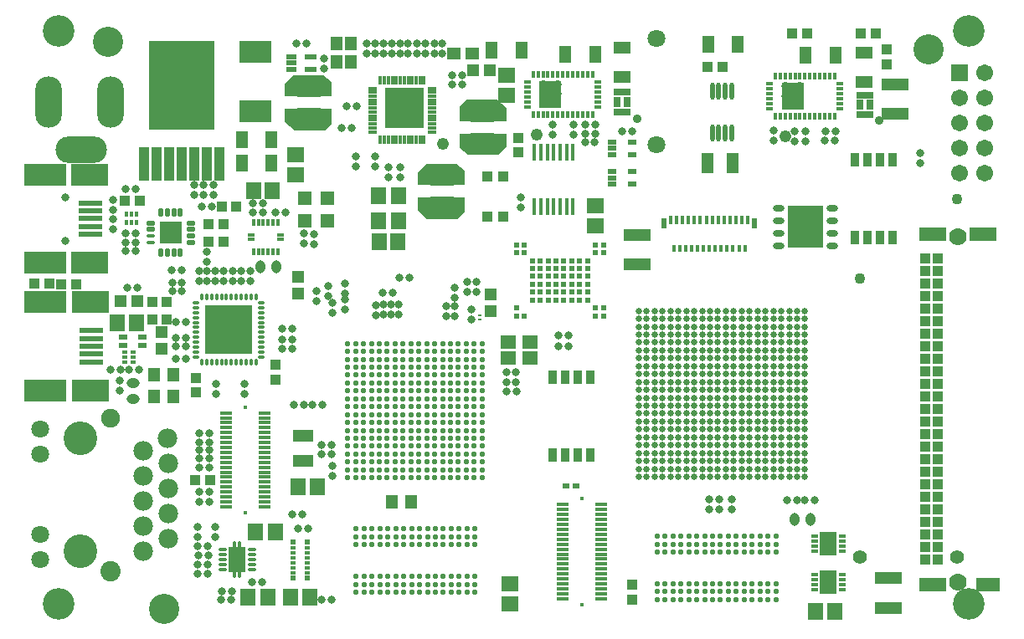
<source format=gts>
G04 Layer_Color=8388736*
%FSLAX43Y43*%
%MOMM*%
G71*
G01*
G75*
%ADD82C,0.400*%
%ADD121C,1.778*%
%ADD156C,0.603*%
%ADD276R,4.851X4.902*%
%ADD277R,3.962X4.102*%
%ADD278R,0.903X0.603*%
%ADD279C,0.838*%
%ADD280R,1.003X1.003*%
%ADD281R,1.003X1.003*%
%ADD282R,1.600X1.753*%
%ADD283O,4.203X2.203*%
%ADD284R,1.219X0.610*%
%ADD285R,1.076X0.466*%
%ADD286C,1.219*%
%ADD287R,1.295X1.346*%
%ADD288R,1.397X1.353*%
%ADD289R,2.703X1.203*%
%ADD290O,1.303X1.003*%
%ADD291R,1.203X1.803*%
%ADD292O,1.003X1.303*%
%ADD293R,1.295X1.245*%
%ADD294R,1.245X1.295*%
%ADD295R,1.549X1.727*%
%ADD296R,1.727X1.549*%
%ADD297C,0.553*%
%ADD298R,1.803X1.203*%
%ADD299R,2.003X1.203*%
%ADD300R,1.703X0.803*%
%ADD301R,0.803X1.003*%
%ADD302O,0.740X0.390*%
%ADD303O,0.390X0.740*%
%ADD304R,2.203X2.803*%
%ADD305R,0.963X1.453*%
%ADD306R,0.735X0.310*%
%ADD307R,1.710X2.440*%
%ADD308R,1.503X1.703*%
%ADD309R,1.200X0.400*%
%ADD310R,0.737X0.610*%
%ADD311R,3.703X2.203*%
%ADD312R,2.402X0.602*%
%ADD313R,4.203X2.203*%
%ADD314R,0.953X0.553*%
%ADD315C,0.653*%
%ADD316C,0.559*%
%ADD317R,3.203X2.203*%
%ADD318R,2.703X1.403*%
%ADD319R,2.362X1.403*%
%ADD320R,0.603X1.053*%
%ADD321R,0.402X0.752*%
%ADD322R,0.372X0.902*%
%ADD323R,0.370X0.290*%
%ADD324R,0.650X0.350*%
%ADD325R,0.350X0.650*%
%ADD326O,0.490X1.740*%
%ADD327R,1.203X1.403*%
%ADD328R,3.603X4.253*%
%ADD329O,1.153X0.703*%
%ADD330O,0.503X0.953*%
%ADD331O,0.953X0.503*%
%ADD332O,0.850X0.400*%
%ADD333R,2.303X2.303*%
%ADD334O,0.350X0.800*%
%ADD335O,0.800X0.350*%
%ADD336R,0.360X1.710*%
%ADD337R,0.568X0.314*%
%ADD338R,0.568X0.466*%
%ADD339R,1.346X1.295*%
%ADD340R,1.203X1.403*%
%ADD341O,0.950X0.330*%
%ADD342O,0.330X0.950*%
%ADD343R,1.750X2.500*%
%ADD344R,1.118X0.991*%
%ADD345R,6.603X9.003*%
%ADD346R,1.003X3.453*%
%ADD347R,0.950X0.300*%
%ADD348R,0.300X0.950*%
%ADD349R,0.356X0.559*%
%ADD350R,0.568X0.365*%
%ADD351R,0.510X0.360*%
%ADD352R,1.203X2.003*%
%ADD353R,1.600X1.346*%
%ADD354C,3.203*%
%ADD355C,3.048*%
%ADD356C,0.803*%
%ADD357C,1.803*%
%ADD358C,1.403*%
%ADD359C,1.092*%
%ADD360O,2.703X5.203*%
%ADD361O,5.203X2.703*%
%ADD362C,1.703*%
%ADD363R,1.703X1.703*%
%ADD364C,1.981*%
%ADD365C,2.053*%
%ADD366C,1.903*%
%ADD367C,1.803*%
%ADD368C,3.403*%
%ADD369C,0.903*%
%ADD370C,0.863*%
%ADD371C,0.703*%
G36*
X149225Y150266D02*
X148400Y149441D01*
X145352D01*
X144526Y150163D01*
Y151600D01*
X149225D01*
Y150266D01*
D02*
G37*
G36*
X144997Y147842D02*
Y146405D01*
X140298D01*
Y147739D01*
X141124Y148564D01*
X144172D01*
X144997Y147842D01*
D02*
G37*
G36*
Y143675D02*
X144299Y142976D01*
X141251D01*
X140298Y143809D01*
Y145135D01*
X144997D01*
Y143675D01*
D02*
G37*
G36*
X131559Y156808D02*
Y155372D01*
X126860D01*
Y156705D01*
X127686Y157531D01*
X130734D01*
X131559Y156808D01*
D02*
G37*
G36*
X149225Y154195D02*
Y152870D01*
X144526D01*
Y154330D01*
X145225Y155029D01*
X148273D01*
X149225Y154195D01*
D02*
G37*
G36*
X131559Y152641D02*
X130861Y151943D01*
X127813D01*
X126860Y152776D01*
Y154102D01*
X131559D01*
Y152641D01*
D02*
G37*
D82*
X156908Y103946D02*
D03*
Y114646D02*
D03*
X122809Y113243D02*
D03*
Y123943D02*
D03*
D121*
X194875Y106250D02*
D03*
Y141160D02*
D03*
D156*
X159048Y140366D02*
D03*
Y139566D02*
D03*
Y133966D02*
D03*
Y133166D02*
D03*
X158248Y140366D02*
D03*
Y139566D02*
D03*
Y133966D02*
D03*
Y133166D02*
D03*
X157448Y138766D02*
D03*
Y137966D02*
D03*
Y137166D02*
D03*
Y136366D02*
D03*
Y135566D02*
D03*
Y134766D02*
D03*
X156648Y138766D02*
D03*
Y137966D02*
D03*
Y137166D02*
D03*
Y136366D02*
D03*
Y135566D02*
D03*
Y134766D02*
D03*
X155848Y138766D02*
D03*
Y137966D02*
D03*
Y137166D02*
D03*
Y136366D02*
D03*
Y135566D02*
D03*
Y134766D02*
D03*
X155048Y138766D02*
D03*
Y137966D02*
D03*
Y137166D02*
D03*
Y136366D02*
D03*
Y135566D02*
D03*
Y134766D02*
D03*
X154248Y138766D02*
D03*
Y137966D02*
D03*
Y137166D02*
D03*
Y136366D02*
D03*
Y135566D02*
D03*
Y134766D02*
D03*
X153448Y138766D02*
D03*
Y137966D02*
D03*
Y137166D02*
D03*
Y136366D02*
D03*
Y135566D02*
D03*
Y134766D02*
D03*
X152648Y138766D02*
D03*
Y137966D02*
D03*
Y137166D02*
D03*
Y136366D02*
D03*
Y135566D02*
D03*
Y134766D02*
D03*
X151848Y138766D02*
D03*
Y137966D02*
D03*
Y137166D02*
D03*
Y136366D02*
D03*
Y135566D02*
D03*
Y134766D02*
D03*
X151048Y140366D02*
D03*
Y139566D02*
D03*
Y133166D02*
D03*
X150248Y140366D02*
D03*
Y139566D02*
D03*
Y133966D02*
D03*
Y133166D02*
D03*
D276*
X121183Y131750D02*
D03*
D277*
X138900Y154235D02*
D03*
D278*
X159884Y147792D02*
D03*
Y147142D02*
D03*
Y146492D02*
D03*
X161934Y146492D02*
D03*
Y147792D02*
D03*
X159884Y150789D02*
D03*
Y150139D02*
D03*
Y149489D02*
D03*
X161934Y149489D02*
D03*
Y150789D02*
D03*
D279*
X128753Y140500D02*
D03*
Y141516D02*
D03*
X110757Y141503D02*
D03*
X111773D02*
D03*
X110757Y140627D02*
D03*
X111773D02*
D03*
X116421Y137770D02*
D03*
X115405D02*
D03*
X109436Y144920D02*
D03*
Y143904D02*
D03*
Y141910D02*
D03*
Y142926D02*
D03*
X110757Y139725D02*
D03*
X111773D02*
D03*
X111722Y145986D02*
D03*
X110706D02*
D03*
X126589Y131864D02*
D03*
X127589D02*
D03*
X115837Y130962D02*
D03*
X116853D02*
D03*
X122784Y125222D02*
D03*
Y126238D02*
D03*
X119850Y125273D02*
D03*
Y126289D02*
D03*
X118047Y110790D02*
D03*
Y111790D02*
D03*
X116819Y132575D02*
D03*
X115819D02*
D03*
X118948Y136685D02*
D03*
Y137685D02*
D03*
X119812Y136687D02*
D03*
Y137687D02*
D03*
X120625Y137685D02*
D03*
Y136685D02*
D03*
X121539Y137685D02*
D03*
Y136685D02*
D03*
X122403Y137685D02*
D03*
Y136685D02*
D03*
X123317Y137698D02*
D03*
Y136698D02*
D03*
X126576Y129870D02*
D03*
X127576D02*
D03*
X126576Y130747D02*
D03*
X127576D02*
D03*
X118148Y137685D02*
D03*
Y136685D02*
D03*
X115832Y130111D02*
D03*
X116832D02*
D03*
X115807Y128829D02*
D03*
X116807D02*
D03*
X115438Y135649D02*
D03*
X116438D02*
D03*
X115438Y136550D02*
D03*
X116438D02*
D03*
X176252Y151899D02*
D03*
Y150899D02*
D03*
X130660Y124158D02*
D03*
X129644D02*
D03*
X150193Y126418D02*
D03*
Y127434D02*
D03*
X138331Y133276D02*
D03*
Y134292D02*
D03*
X130061Y134633D02*
D03*
Y135649D02*
D03*
X143154Y134176D02*
D03*
Y133160D02*
D03*
X146228Y136639D02*
D03*
Y135623D02*
D03*
X140195Y160719D02*
D03*
Y159702D02*
D03*
X145732Y133845D02*
D03*
Y132829D02*
D03*
X157185Y150713D02*
D03*
X158185D02*
D03*
X156034Y151509D02*
D03*
Y152509D02*
D03*
X158210Y151602D02*
D03*
X157210D02*
D03*
X117654Y145438D02*
D03*
Y146438D02*
D03*
X118594Y146439D02*
D03*
Y145439D02*
D03*
X128740Y124155D02*
D03*
X127724D02*
D03*
X118224Y120371D02*
D03*
X119240D02*
D03*
Y119558D02*
D03*
X118224D02*
D03*
Y118720D02*
D03*
X119240D02*
D03*
X118224Y117793D02*
D03*
X119240D02*
D03*
X118224Y114313D02*
D03*
X119240D02*
D03*
Y115341D02*
D03*
X118224D02*
D03*
X110237Y127752D02*
D03*
X109221D02*
D03*
X111101D02*
D03*
X112117D02*
D03*
X137569Y134292D02*
D03*
Y133276D02*
D03*
X136807Y134292D02*
D03*
Y133276D02*
D03*
X136020Y134267D02*
D03*
Y133251D02*
D03*
X118047Y109855D02*
D03*
X119062D02*
D03*
X120421Y104407D02*
D03*
X121437D02*
D03*
X124549Y106185D02*
D03*
X123533D02*
D03*
X119024Y107988D02*
D03*
X118008D02*
D03*
X128171Y111661D02*
D03*
X129187D02*
D03*
X131600Y104396D02*
D03*
X130584D02*
D03*
X128628Y113033D02*
D03*
X127612D02*
D03*
X129781Y140449D02*
D03*
Y141465D02*
D03*
X132918Y135458D02*
D03*
Y136474D02*
D03*
X132893Y134849D02*
D03*
Y133833D02*
D03*
X142775Y160705D02*
D03*
Y159689D02*
D03*
X135934Y160705D02*
D03*
Y159689D02*
D03*
X135079Y160705D02*
D03*
Y159689D02*
D03*
X137644Y160705D02*
D03*
Y159689D02*
D03*
X136789Y160705D02*
D03*
Y159689D02*
D03*
X138533Y148209D02*
D03*
Y147193D02*
D03*
X131610Y117945D02*
D03*
Y116929D02*
D03*
X131219Y136223D02*
D03*
Y135207D02*
D03*
X144018Y133160D02*
D03*
Y134176D02*
D03*
X119075Y108915D02*
D03*
X118059D02*
D03*
X131686Y134468D02*
D03*
Y133452D02*
D03*
X119610Y145438D02*
D03*
Y146438D02*
D03*
X124638Y144564D02*
D03*
X123622D02*
D03*
X118224Y121310D02*
D03*
X119240D02*
D03*
X191046Y149606D02*
D03*
Y148590D02*
D03*
X110871Y136042D02*
D03*
X111887D02*
D03*
X118021Y107048D02*
D03*
X119037D02*
D03*
X120434Y105258D02*
D03*
X121450D02*
D03*
X128983Y160746D02*
D03*
X127967D02*
D03*
X144729Y157546D02*
D03*
X143713D02*
D03*
X144729Y156591D02*
D03*
X143713D02*
D03*
X141046Y160719D02*
D03*
Y159702D02*
D03*
X141935Y160719D02*
D03*
Y159702D02*
D03*
X138493Y160719D02*
D03*
Y159702D02*
D03*
X139306Y160719D02*
D03*
Y159702D02*
D03*
X134023Y148273D02*
D03*
Y149288D02*
D03*
X132537Y152184D02*
D03*
X133553D02*
D03*
X133109Y154368D02*
D03*
X134125D02*
D03*
X137287Y147193D02*
D03*
Y148209D02*
D03*
X110109Y125641D02*
D03*
Y126657D02*
D03*
X150698Y145148D02*
D03*
Y144132D02*
D03*
X137782Y135522D02*
D03*
X136766D02*
D03*
X144018Y135001D02*
D03*
Y136017D02*
D03*
X139395Y137008D02*
D03*
X138379D02*
D03*
X150269Y125479D02*
D03*
X149253D02*
D03*
X130531Y120129D02*
D03*
X131547D02*
D03*
X149253Y127434D02*
D03*
Y126418D02*
D03*
X131547Y119177D02*
D03*
X130531D02*
D03*
X157210Y152542D02*
D03*
X158210D02*
D03*
X153875Y152509D02*
D03*
Y151509D02*
D03*
X130761Y158181D02*
D03*
Y159197D02*
D03*
X178411Y150823D02*
D03*
Y151823D02*
D03*
X182492Y151831D02*
D03*
X181492D02*
D03*
X181467Y150891D02*
D03*
X182467D02*
D03*
X179503Y150823D02*
D03*
Y151823D02*
D03*
X145263Y135572D02*
D03*
Y136589D02*
D03*
X177617Y114516D02*
D03*
X178617D02*
D03*
X135928Y149288D02*
D03*
Y148273D02*
D03*
X155516Y131178D02*
D03*
X154516D02*
D03*
X154529Y130111D02*
D03*
X155529D02*
D03*
X124630Y143675D02*
D03*
X123630D02*
D03*
X126890Y143662D02*
D03*
X125890D02*
D03*
X119825Y110808D02*
D03*
Y111824D02*
D03*
X160968Y151879D02*
D03*
X161968D02*
D03*
X170764Y114618D02*
D03*
Y113602D02*
D03*
X179426Y114529D02*
D03*
X180442D02*
D03*
X172060Y113602D02*
D03*
Y114618D02*
D03*
X118453Y144221D02*
D03*
X119469D02*
D03*
X118974Y138608D02*
D03*
Y139624D02*
D03*
X169786Y113602D02*
D03*
Y114618D02*
D03*
D280*
X187655Y158634D02*
D03*
Y160134D02*
D03*
X125857Y126707D02*
D03*
Y128206D02*
D03*
X117805Y125411D02*
D03*
Y126911D02*
D03*
X161938Y104470D02*
D03*
Y105970D02*
D03*
X150482Y149708D02*
D03*
Y151208D02*
D03*
D281*
X112155Y144793D02*
D03*
X110655D02*
D03*
X113411Y132829D02*
D03*
X114911D02*
D03*
X169558Y158331D02*
D03*
X171058D02*
D03*
X104218Y136388D02*
D03*
X105718D02*
D03*
X103024Y136413D02*
D03*
X101524D02*
D03*
X114910Y134607D02*
D03*
X113410D02*
D03*
X121945Y144247D02*
D03*
X120445D02*
D03*
X179629Y161760D02*
D03*
X178129D02*
D03*
X185077Y161747D02*
D03*
X186577D02*
D03*
X119278Y116548D02*
D03*
X117778D02*
D03*
X120639Y140640D02*
D03*
X119139D02*
D03*
X120639Y142456D02*
D03*
X119139D02*
D03*
X192875Y124980D02*
D03*
Y138950D02*
D03*
Y137680D02*
D03*
Y136410D02*
D03*
Y135140D02*
D03*
Y133870D02*
D03*
Y132600D02*
D03*
Y131330D02*
D03*
Y130060D02*
D03*
Y128790D02*
D03*
Y127520D02*
D03*
Y126250D02*
D03*
Y123710D02*
D03*
X191605Y138950D02*
D03*
Y137680D02*
D03*
Y136410D02*
D03*
Y135140D02*
D03*
Y133870D02*
D03*
Y132600D02*
D03*
Y131330D02*
D03*
Y130060D02*
D03*
Y128790D02*
D03*
Y127520D02*
D03*
Y126250D02*
D03*
Y124980D02*
D03*
Y123710D02*
D03*
X192875Y109740D02*
D03*
Y122440D02*
D03*
Y119900D02*
D03*
Y118630D02*
D03*
Y117360D02*
D03*
Y116090D02*
D03*
Y114820D02*
D03*
Y113550D02*
D03*
Y112280D02*
D03*
Y111010D02*
D03*
Y108470D02*
D03*
X191605Y122440D02*
D03*
Y121170D02*
D03*
Y119900D02*
D03*
Y118630D02*
D03*
Y117360D02*
D03*
Y116090D02*
D03*
Y114820D02*
D03*
Y113550D02*
D03*
Y112280D02*
D03*
Y111010D02*
D03*
Y109740D02*
D03*
Y108470D02*
D03*
X192875Y121170D02*
D03*
D282*
X138262Y140703D02*
D03*
X136362D02*
D03*
X111808Y132486D02*
D03*
X109908D02*
D03*
D283*
X146812Y153886D02*
D03*
Y150584D02*
D03*
X142711Y144119D02*
D03*
Y147421D02*
D03*
X129273Y153086D02*
D03*
Y156388D02*
D03*
D284*
X129425Y158115D02*
D03*
Y159415D02*
D03*
D285*
X127525Y158765D02*
D03*
Y159415D02*
D03*
Y158115D02*
D03*
D286*
X142826Y150536D02*
D03*
X177420Y151348D02*
D03*
X152324Y151549D02*
D03*
D287*
X132081Y158907D02*
D03*
Y160707D02*
D03*
X133529Y160716D02*
D03*
Y158916D02*
D03*
D288*
X131102Y145079D02*
D03*
Y142830D02*
D03*
X128829Y145079D02*
D03*
Y142830D02*
D03*
D289*
X187871Y106629D02*
D03*
Y103629D02*
D03*
X162446Y141364D02*
D03*
Y138364D02*
D03*
X188531Y153594D02*
D03*
Y156594D02*
D03*
D290*
X111506Y126378D02*
D03*
Y124778D02*
D03*
D291*
X150752Y160045D02*
D03*
X147752D02*
D03*
X125479Y148615D02*
D03*
X122479D02*
D03*
X125504Y150978D02*
D03*
X122504D02*
D03*
X158221Y159603D02*
D03*
X155221D02*
D03*
X169648Y160683D02*
D03*
X172648D02*
D03*
X179503Y159527D02*
D03*
X182503D02*
D03*
D292*
X179997Y112535D02*
D03*
X178397D02*
D03*
X124346Y138151D02*
D03*
X125946D02*
D03*
D293*
X110199Y134633D02*
D03*
X111899D02*
D03*
X147549Y158016D02*
D03*
X145849D02*
D03*
D294*
X147650Y135368D02*
D03*
Y133669D02*
D03*
X128168Y135421D02*
D03*
Y137121D02*
D03*
X114338Y129808D02*
D03*
Y131507D02*
D03*
D295*
X128159Y115824D02*
D03*
X130159D02*
D03*
X125854Y111315D02*
D03*
X123854D02*
D03*
X127374Y104701D02*
D03*
X129374D02*
D03*
X138338Y145288D02*
D03*
X136338D02*
D03*
Y142811D02*
D03*
X138338D02*
D03*
X125092Y104661D02*
D03*
X123092D02*
D03*
X180483Y103213D02*
D03*
X182483D02*
D03*
D296*
X149555Y106042D02*
D03*
Y104042D02*
D03*
X127940Y149438D02*
D03*
Y147438D02*
D03*
X149225Y155527D02*
D03*
Y157527D02*
D03*
X158204Y142294D02*
D03*
Y144294D02*
D03*
D297*
X176485Y105258D02*
D03*
X172485Y110058D02*
D03*
X170885Y104458D02*
D03*
Y110858D02*
D03*
X172485Y104458D02*
D03*
Y110858D02*
D03*
X173285Y109258D02*
D03*
X176485D02*
D03*
X173285Y106058D02*
D03*
Y110058D02*
D03*
X170085Y104458D02*
D03*
X171685D02*
D03*
X165285Y109258D02*
D03*
X169285Y106058D02*
D03*
X170885Y109258D02*
D03*
X172485Y105258D02*
D03*
X171685Y109258D02*
D03*
X166885Y106058D02*
D03*
X166085Y109258D02*
D03*
X168485Y106058D02*
D03*
X167685Y109258D02*
D03*
X172485Y106058D02*
D03*
X170885D02*
D03*
X171685D02*
D03*
Y110858D02*
D03*
X164485Y109258D02*
D03*
X166085Y110058D02*
D03*
X165285D02*
D03*
X166085Y105258D02*
D03*
X166885Y109258D02*
D03*
X164485Y105258D02*
D03*
Y106058D02*
D03*
X166085D02*
D03*
X169285Y104458D02*
D03*
X165285D02*
D03*
Y110858D02*
D03*
X168485D02*
D03*
X165285Y106058D02*
D03*
X167685Y105258D02*
D03*
X170885D02*
D03*
X164485Y110858D02*
D03*
X166885Y104458D02*
D03*
X174885D02*
D03*
X173285D02*
D03*
X167685D02*
D03*
X166885Y110058D02*
D03*
X169285Y110858D02*
D03*
X170885Y110058D02*
D03*
X167685D02*
D03*
X169285D02*
D03*
X174885Y110858D02*
D03*
X173285D02*
D03*
X176485D02*
D03*
Y104458D02*
D03*
X168485Y110058D02*
D03*
Y109258D02*
D03*
Y105258D02*
D03*
X169285D02*
D03*
X167685Y106058D02*
D03*
X170085D02*
D03*
Y109258D02*
D03*
Y110058D02*
D03*
X174085D02*
D03*
X173285Y105258D02*
D03*
X176485Y106058D02*
D03*
X174085Y109258D02*
D03*
X175685D02*
D03*
X172485D02*
D03*
X175685Y106058D02*
D03*
X176485Y110058D02*
D03*
X175685Y105258D02*
D03*
Y110058D02*
D03*
X174885Y105258D02*
D03*
Y110058D02*
D03*
X174085Y105258D02*
D03*
X174885Y106058D02*
D03*
Y109258D02*
D03*
X164485Y110058D02*
D03*
X166885Y110858D02*
D03*
X166085D02*
D03*
X167685D02*
D03*
X170085D02*
D03*
X171685Y110058D02*
D03*
X175685Y110858D02*
D03*
X174085D02*
D03*
X166885Y105258D02*
D03*
X164485Y104458D02*
D03*
X165285Y105258D02*
D03*
X170085D02*
D03*
X169285Y109258D02*
D03*
X171685Y105258D02*
D03*
X166085Y104458D02*
D03*
X168485D02*
D03*
X175685D02*
D03*
X174085D02*
D03*
Y106058D02*
D03*
X134056Y110795D02*
D03*
X138056Y105994D02*
D03*
X139656Y111594D02*
D03*
Y105195D02*
D03*
X138056Y111594D02*
D03*
Y105195D02*
D03*
X137255Y106795D02*
D03*
X134056D02*
D03*
X137255Y109994D02*
D03*
Y105994D02*
D03*
X140456Y111594D02*
D03*
X138856D02*
D03*
X145255Y106795D02*
D03*
X141255Y109994D02*
D03*
X139656Y106795D02*
D03*
X138056Y110795D02*
D03*
X138856Y106795D02*
D03*
X143656Y109994D02*
D03*
X144456Y106795D02*
D03*
X142056Y109994D02*
D03*
X142856Y106795D02*
D03*
X138056Y109994D02*
D03*
X139656D02*
D03*
X138856D02*
D03*
Y105195D02*
D03*
X146056Y106795D02*
D03*
X144456Y105994D02*
D03*
X145255D02*
D03*
X144456Y110795D02*
D03*
X143656Y106795D02*
D03*
X146056Y110795D02*
D03*
Y109994D02*
D03*
X144456D02*
D03*
X141255Y111594D02*
D03*
X145255D02*
D03*
Y105195D02*
D03*
X142056D02*
D03*
X145255Y109994D02*
D03*
X142856Y110795D02*
D03*
X139656D02*
D03*
X146056Y105195D02*
D03*
X143656Y111594D02*
D03*
X135656D02*
D03*
X137255D02*
D03*
X142856D02*
D03*
X143656Y105994D02*
D03*
X141255Y105195D02*
D03*
X139656Y105994D02*
D03*
X142856D02*
D03*
X141255D02*
D03*
X135656Y105195D02*
D03*
X137255D02*
D03*
X134056D02*
D03*
Y111594D02*
D03*
X142056Y105994D02*
D03*
Y106795D02*
D03*
Y110795D02*
D03*
X141255D02*
D03*
X142856Y109994D02*
D03*
X140456D02*
D03*
Y106795D02*
D03*
Y105994D02*
D03*
X136456D02*
D03*
X137255Y110795D02*
D03*
X134056Y109994D02*
D03*
X136456Y106795D02*
D03*
X134856D02*
D03*
X138056D02*
D03*
X134856Y109994D02*
D03*
X134056Y105994D02*
D03*
X134856Y110795D02*
D03*
Y105994D02*
D03*
X135656Y110795D02*
D03*
Y105994D02*
D03*
X136456Y110795D02*
D03*
X135656Y109994D02*
D03*
Y106795D02*
D03*
X146056Y105994D02*
D03*
X143656Y105195D02*
D03*
X144456D02*
D03*
X142856D02*
D03*
X140456D02*
D03*
X138856Y105994D02*
D03*
X134856Y105195D02*
D03*
X136456D02*
D03*
X143656Y110795D02*
D03*
X146056Y111594D02*
D03*
X145255Y110795D02*
D03*
X140456D02*
D03*
X141255Y106795D02*
D03*
X138856Y110795D02*
D03*
X144456Y111594D02*
D03*
X142056D02*
D03*
X134856D02*
D03*
X136456D02*
D03*
Y109994D02*
D03*
D298*
X160936Y157315D02*
D03*
Y160315D02*
D03*
X185447Y159832D02*
D03*
Y156832D02*
D03*
D299*
X128702Y118511D02*
D03*
Y121011D02*
D03*
D300*
X185472Y155523D02*
D03*
Y153523D02*
D03*
X160936Y153828D02*
D03*
Y155828D02*
D03*
D301*
X185980Y154523D02*
D03*
X184964D02*
D03*
X160428Y154828D02*
D03*
X161444D02*
D03*
D302*
X182977Y154137D02*
D03*
Y154637D02*
D03*
Y155137D02*
D03*
Y155637D02*
D03*
Y156137D02*
D03*
Y156637D02*
D03*
X175877D02*
D03*
Y156137D02*
D03*
Y155637D02*
D03*
Y155137D02*
D03*
Y154637D02*
D03*
Y154137D02*
D03*
X151391Y154340D02*
D03*
Y154840D02*
D03*
Y155340D02*
D03*
Y155840D02*
D03*
Y156340D02*
D03*
Y156840D02*
D03*
X158491D02*
D03*
Y156340D02*
D03*
Y155840D02*
D03*
Y155340D02*
D03*
Y154840D02*
D03*
Y154340D02*
D03*
D303*
X182427Y157437D02*
D03*
X181927D02*
D03*
X181427D02*
D03*
X180927D02*
D03*
X180427D02*
D03*
X179927D02*
D03*
X179427D02*
D03*
X178927D02*
D03*
X178427D02*
D03*
X177927D02*
D03*
X177427D02*
D03*
X176927D02*
D03*
X176427D02*
D03*
Y153337D02*
D03*
X176927D02*
D03*
X177427D02*
D03*
X177927D02*
D03*
X178427D02*
D03*
X178927D02*
D03*
X179427D02*
D03*
X179927D02*
D03*
X180427D02*
D03*
X180927D02*
D03*
X181427D02*
D03*
X181927D02*
D03*
X182427D02*
D03*
X157941Y153540D02*
D03*
X157441D02*
D03*
X156941D02*
D03*
X156441D02*
D03*
X155941D02*
D03*
X155441D02*
D03*
X154941D02*
D03*
X154441D02*
D03*
X153941D02*
D03*
X153441D02*
D03*
X152941D02*
D03*
X152441D02*
D03*
X151941D02*
D03*
Y157640D02*
D03*
X152441D02*
D03*
X152941D02*
D03*
X153441D02*
D03*
X153941D02*
D03*
X154441D02*
D03*
X154941D02*
D03*
X155441D02*
D03*
X155941D02*
D03*
X156441D02*
D03*
X156941D02*
D03*
X157441D02*
D03*
X157941D02*
D03*
D304*
X178172Y155387D02*
D03*
X153686Y155590D02*
D03*
D305*
X157683Y126962D02*
D03*
X156413D02*
D03*
X155143D02*
D03*
X153873D02*
D03*
X157683Y119112D02*
D03*
X156413D02*
D03*
X155143D02*
D03*
X153873D02*
D03*
X188303Y148985D02*
D03*
X187033D02*
D03*
X185763D02*
D03*
X184493D02*
D03*
X188303Y141135D02*
D03*
X187033D02*
D03*
X185763D02*
D03*
X184493D02*
D03*
D306*
X180385Y110846D02*
D03*
Y110346D02*
D03*
Y109846D02*
D03*
Y109346D02*
D03*
X183215D02*
D03*
Y109846D02*
D03*
Y110346D02*
D03*
Y110846D02*
D03*
Y106935D02*
D03*
Y106435D02*
D03*
Y105935D02*
D03*
Y105435D02*
D03*
X180385D02*
D03*
Y105935D02*
D03*
Y106435D02*
D03*
Y106935D02*
D03*
D307*
X181801Y110096D02*
D03*
Y106185D02*
D03*
D308*
X123675Y145872D02*
D03*
X125575D02*
D03*
D309*
X158859Y114046D02*
D03*
Y113546D02*
D03*
Y112546D02*
D03*
Y113046D02*
D03*
Y111046D02*
D03*
Y110546D02*
D03*
Y111546D02*
D03*
Y112046D02*
D03*
Y108046D02*
D03*
Y107546D02*
D03*
Y106546D02*
D03*
Y107046D02*
D03*
Y109046D02*
D03*
Y108546D02*
D03*
Y109546D02*
D03*
Y110046D02*
D03*
Y105046D02*
D03*
Y104546D02*
D03*
Y105546D02*
D03*
Y106046D02*
D03*
X154958D02*
D03*
Y105546D02*
D03*
Y104546D02*
D03*
Y105046D02*
D03*
Y110046D02*
D03*
Y109546D02*
D03*
Y108546D02*
D03*
Y109046D02*
D03*
Y107046D02*
D03*
Y106546D02*
D03*
Y107546D02*
D03*
Y108046D02*
D03*
Y112046D02*
D03*
Y111546D02*
D03*
Y110546D02*
D03*
Y111046D02*
D03*
Y113046D02*
D03*
Y112546D02*
D03*
Y113546D02*
D03*
Y114046D02*
D03*
X124759Y113843D02*
D03*
Y114343D02*
D03*
Y115343D02*
D03*
Y114843D02*
D03*
Y116843D02*
D03*
Y117343D02*
D03*
Y116343D02*
D03*
Y115843D02*
D03*
Y119843D02*
D03*
Y120343D02*
D03*
Y121343D02*
D03*
Y120843D02*
D03*
Y118843D02*
D03*
Y119343D02*
D03*
Y118343D02*
D03*
Y117843D02*
D03*
Y122843D02*
D03*
Y123343D02*
D03*
Y122343D02*
D03*
Y121843D02*
D03*
X120859D02*
D03*
Y122343D02*
D03*
Y123343D02*
D03*
Y122843D02*
D03*
Y117843D02*
D03*
Y118343D02*
D03*
Y119343D02*
D03*
Y118843D02*
D03*
Y120843D02*
D03*
Y121343D02*
D03*
Y120343D02*
D03*
Y119843D02*
D03*
Y115843D02*
D03*
Y116343D02*
D03*
Y117343D02*
D03*
Y116843D02*
D03*
Y114843D02*
D03*
Y115343D02*
D03*
Y114343D02*
D03*
Y113843D02*
D03*
D310*
X156324Y115926D02*
D03*
X155308D02*
D03*
D311*
X107089Y138552D02*
D03*
Y147452D02*
D03*
X107153Y125636D02*
D03*
Y134536D02*
D03*
D312*
X107189Y141402D02*
D03*
Y142202D02*
D03*
Y143002D02*
D03*
Y143802D02*
D03*
Y144602D02*
D03*
X107253Y128486D02*
D03*
Y129286D02*
D03*
Y130086D02*
D03*
Y130886D02*
D03*
Y131686D02*
D03*
D313*
X102600Y147452D02*
D03*
Y138552D02*
D03*
Y134536D02*
D03*
Y125636D02*
D03*
D314*
X110455Y131057D02*
D03*
Y130207D02*
D03*
X112405Y131057D02*
D03*
Y130207D02*
D03*
D315*
X179431Y116873D02*
D03*
X178631D02*
D03*
X177831D02*
D03*
X177031D02*
D03*
X176231D02*
D03*
X175431D02*
D03*
X174631D02*
D03*
X173831D02*
D03*
X173031D02*
D03*
X172231D02*
D03*
X171431D02*
D03*
X170631D02*
D03*
X169831D02*
D03*
X169031D02*
D03*
X168231D02*
D03*
X167431D02*
D03*
X166631D02*
D03*
X165831D02*
D03*
X165031D02*
D03*
X164231D02*
D03*
X163431D02*
D03*
X162631D02*
D03*
X179431Y117673D02*
D03*
X178631D02*
D03*
X177831D02*
D03*
X177031D02*
D03*
X176231D02*
D03*
X175431D02*
D03*
X174631D02*
D03*
X173831D02*
D03*
X173031D02*
D03*
X172231D02*
D03*
X171431D02*
D03*
X170631D02*
D03*
X169831D02*
D03*
X169031D02*
D03*
X168231D02*
D03*
X167431D02*
D03*
X166631D02*
D03*
X165831D02*
D03*
X165031D02*
D03*
X164231D02*
D03*
X163431D02*
D03*
X162631D02*
D03*
X179431Y118473D02*
D03*
X178631D02*
D03*
X177831D02*
D03*
X177031D02*
D03*
X176231D02*
D03*
X175431D02*
D03*
X174631D02*
D03*
X173831D02*
D03*
X173031D02*
D03*
X172231D02*
D03*
X171431D02*
D03*
X170631D02*
D03*
X169831D02*
D03*
X169031D02*
D03*
X168231D02*
D03*
X167431D02*
D03*
X166631D02*
D03*
X165831D02*
D03*
X165031D02*
D03*
X164231D02*
D03*
X163431D02*
D03*
X162631D02*
D03*
X179431Y119273D02*
D03*
X178631D02*
D03*
X177831D02*
D03*
X177031D02*
D03*
X176231D02*
D03*
X175431D02*
D03*
X174631D02*
D03*
X173831D02*
D03*
X173031D02*
D03*
X172231D02*
D03*
X171431D02*
D03*
X170631D02*
D03*
X169831D02*
D03*
X169031D02*
D03*
X168231D02*
D03*
X167431D02*
D03*
X166631D02*
D03*
X165831D02*
D03*
X165031D02*
D03*
X164231D02*
D03*
X163431D02*
D03*
X162631D02*
D03*
X179431Y120073D02*
D03*
X178631D02*
D03*
X177831D02*
D03*
X177031D02*
D03*
X176231D02*
D03*
X175431D02*
D03*
X174631D02*
D03*
X173831D02*
D03*
X173031D02*
D03*
X172231D02*
D03*
X171431D02*
D03*
X170631D02*
D03*
X169831D02*
D03*
X169031D02*
D03*
X168231D02*
D03*
X167431D02*
D03*
X166631D02*
D03*
X165831D02*
D03*
X165031D02*
D03*
X164231D02*
D03*
X163431D02*
D03*
X162631D02*
D03*
X179431Y120873D02*
D03*
X178631D02*
D03*
X177831D02*
D03*
X177031D02*
D03*
X176231D02*
D03*
X175431D02*
D03*
X174631D02*
D03*
X173831D02*
D03*
X173031D02*
D03*
X172231D02*
D03*
X171431D02*
D03*
X170631D02*
D03*
X169831D02*
D03*
X169031D02*
D03*
X168231D02*
D03*
X167431D02*
D03*
X166631D02*
D03*
X165831D02*
D03*
X165031D02*
D03*
X164231D02*
D03*
X163431D02*
D03*
X162631D02*
D03*
X179431Y121673D02*
D03*
X178631D02*
D03*
X177831D02*
D03*
X177031D02*
D03*
X176231D02*
D03*
X175431D02*
D03*
X174631D02*
D03*
X173831D02*
D03*
X173031D02*
D03*
X172231D02*
D03*
X171431D02*
D03*
X170631D02*
D03*
X169831D02*
D03*
X169031D02*
D03*
X168231D02*
D03*
X167431D02*
D03*
X166631D02*
D03*
X165831D02*
D03*
X165031D02*
D03*
X164231D02*
D03*
X163431D02*
D03*
X162631D02*
D03*
X179431Y122473D02*
D03*
X178631D02*
D03*
X177831D02*
D03*
X177031D02*
D03*
X176231D02*
D03*
X175431D02*
D03*
X174631D02*
D03*
X173831D02*
D03*
X173031D02*
D03*
X172231D02*
D03*
X171431D02*
D03*
X170631D02*
D03*
X169831D02*
D03*
X169031D02*
D03*
X168231D02*
D03*
X167431D02*
D03*
X166631D02*
D03*
X165831D02*
D03*
X165031D02*
D03*
X164231D02*
D03*
X163431D02*
D03*
X162631D02*
D03*
X179431Y123273D02*
D03*
X178631D02*
D03*
X177831D02*
D03*
X177031D02*
D03*
X176231D02*
D03*
X175431D02*
D03*
X174631D02*
D03*
X173831D02*
D03*
X173031D02*
D03*
X172231D02*
D03*
X171431D02*
D03*
X170631D02*
D03*
X169831D02*
D03*
X169031D02*
D03*
X168231D02*
D03*
X167431D02*
D03*
X166631D02*
D03*
X165831D02*
D03*
X165031D02*
D03*
X164231D02*
D03*
X163431D02*
D03*
X162631D02*
D03*
X179431Y124073D02*
D03*
X178631D02*
D03*
X177831D02*
D03*
X177031D02*
D03*
X176231D02*
D03*
X175431D02*
D03*
X174631D02*
D03*
X173831D02*
D03*
X173031D02*
D03*
X172231D02*
D03*
X171431D02*
D03*
X170631D02*
D03*
X169831D02*
D03*
X169031D02*
D03*
X168231D02*
D03*
X167431D02*
D03*
X166631D02*
D03*
X165831D02*
D03*
X165031D02*
D03*
X164231D02*
D03*
X163431D02*
D03*
X162631D02*
D03*
X179431Y124873D02*
D03*
X178631D02*
D03*
X177831D02*
D03*
X177031D02*
D03*
X176231D02*
D03*
X175431D02*
D03*
X174631D02*
D03*
X173831D02*
D03*
X173031D02*
D03*
X172231D02*
D03*
X171431D02*
D03*
X170631D02*
D03*
X169831D02*
D03*
X169031D02*
D03*
X168231D02*
D03*
X167431D02*
D03*
X166631D02*
D03*
X165831D02*
D03*
X165031D02*
D03*
X164231D02*
D03*
X163431D02*
D03*
X162631D02*
D03*
X179431Y125673D02*
D03*
X178631D02*
D03*
X177831D02*
D03*
X177031D02*
D03*
X176231D02*
D03*
X175431D02*
D03*
X174631D02*
D03*
X173831D02*
D03*
X173031D02*
D03*
X172231D02*
D03*
X171431D02*
D03*
X170631D02*
D03*
X169831D02*
D03*
X169031D02*
D03*
X168231D02*
D03*
X167431D02*
D03*
X166631D02*
D03*
X165831D02*
D03*
X165031D02*
D03*
X164231D02*
D03*
X163431D02*
D03*
X162631D02*
D03*
X179431Y126473D02*
D03*
X178631D02*
D03*
X177831D02*
D03*
X177031D02*
D03*
X176231D02*
D03*
X175431D02*
D03*
X174631D02*
D03*
X173831D02*
D03*
X173031D02*
D03*
X172231D02*
D03*
X171431D02*
D03*
X170631D02*
D03*
X169831D02*
D03*
X169031D02*
D03*
X168231D02*
D03*
X167431D02*
D03*
X166631D02*
D03*
X165831D02*
D03*
X165031D02*
D03*
X164231D02*
D03*
X163431D02*
D03*
X162631D02*
D03*
X179431Y127273D02*
D03*
X178631D02*
D03*
X177831D02*
D03*
X177031D02*
D03*
X176231D02*
D03*
X175431D02*
D03*
X174631D02*
D03*
X173831D02*
D03*
X173031D02*
D03*
X172231D02*
D03*
X171431D02*
D03*
X170631D02*
D03*
X169831D02*
D03*
X169031D02*
D03*
X168231D02*
D03*
X167431D02*
D03*
X166631D02*
D03*
X165831D02*
D03*
X165031D02*
D03*
X164231D02*
D03*
X163431D02*
D03*
X162631D02*
D03*
X179431Y128073D02*
D03*
X178631D02*
D03*
X177831D02*
D03*
X177031D02*
D03*
X176231D02*
D03*
X175431D02*
D03*
X174631D02*
D03*
X173831D02*
D03*
X173031D02*
D03*
X172231D02*
D03*
X171431D02*
D03*
X170631D02*
D03*
X169831D02*
D03*
X169031D02*
D03*
X168231D02*
D03*
X167431D02*
D03*
X166631D02*
D03*
X165831D02*
D03*
X165031D02*
D03*
X164231D02*
D03*
X163431D02*
D03*
X162631D02*
D03*
X179431Y128873D02*
D03*
X178631D02*
D03*
X177831D02*
D03*
X177031D02*
D03*
X176231D02*
D03*
X175431D02*
D03*
X174631D02*
D03*
X173831D02*
D03*
X173031D02*
D03*
X172231D02*
D03*
X171431D02*
D03*
X170631D02*
D03*
X169831D02*
D03*
X169031D02*
D03*
X168231D02*
D03*
X167431D02*
D03*
X166631D02*
D03*
X165831D02*
D03*
X165031D02*
D03*
X164231D02*
D03*
X163431D02*
D03*
X162631D02*
D03*
X179431Y129673D02*
D03*
X178631D02*
D03*
X177831D02*
D03*
X177031D02*
D03*
X176231D02*
D03*
X175431D02*
D03*
X174631D02*
D03*
X173831D02*
D03*
X173031D02*
D03*
X172231D02*
D03*
X171431D02*
D03*
X170631D02*
D03*
X169831D02*
D03*
X169031D02*
D03*
X168231D02*
D03*
X167431D02*
D03*
X166631D02*
D03*
X165831D02*
D03*
X165031D02*
D03*
X164231D02*
D03*
X163431D02*
D03*
X162631D02*
D03*
X179431Y130473D02*
D03*
X178631D02*
D03*
X177831D02*
D03*
X177031D02*
D03*
X176231D02*
D03*
X175431D02*
D03*
X174631D02*
D03*
X173831D02*
D03*
X173031D02*
D03*
X172231D02*
D03*
X171431D02*
D03*
X170631D02*
D03*
X169831D02*
D03*
X169031D02*
D03*
X168231D02*
D03*
X167431D02*
D03*
X166631D02*
D03*
X165831D02*
D03*
X165031D02*
D03*
X164231D02*
D03*
X163431D02*
D03*
X162631D02*
D03*
X179431Y131273D02*
D03*
X178631D02*
D03*
X177831D02*
D03*
X177031D02*
D03*
X176231D02*
D03*
X175431D02*
D03*
X174631D02*
D03*
X173831D02*
D03*
X173031D02*
D03*
X172231D02*
D03*
X171431D02*
D03*
X170631D02*
D03*
X169831D02*
D03*
X169031D02*
D03*
X168231D02*
D03*
X167431D02*
D03*
X166631D02*
D03*
X165831D02*
D03*
X165031D02*
D03*
X164231D02*
D03*
X163431D02*
D03*
X162631D02*
D03*
X179431Y132073D02*
D03*
X178631D02*
D03*
X177831D02*
D03*
X177031D02*
D03*
X176231D02*
D03*
X175431D02*
D03*
X174631D02*
D03*
X173831D02*
D03*
X173031D02*
D03*
X172231D02*
D03*
X171431D02*
D03*
X170631D02*
D03*
X169831D02*
D03*
X169031D02*
D03*
X168231D02*
D03*
X167431D02*
D03*
X166631D02*
D03*
X165831D02*
D03*
X165031D02*
D03*
X164231D02*
D03*
X163431D02*
D03*
X162631D02*
D03*
X179431Y132873D02*
D03*
X178631D02*
D03*
X177831D02*
D03*
X177031D02*
D03*
X176231D02*
D03*
X175431D02*
D03*
X174631D02*
D03*
X173831D02*
D03*
X173031D02*
D03*
X172231D02*
D03*
X171431D02*
D03*
X170631D02*
D03*
X169831D02*
D03*
X169031D02*
D03*
X168231D02*
D03*
X167431D02*
D03*
X166631D02*
D03*
X165831D02*
D03*
X165031D02*
D03*
X164231D02*
D03*
X163431D02*
D03*
X162631D02*
D03*
X179431Y133673D02*
D03*
X178631D02*
D03*
X177831D02*
D03*
X177031D02*
D03*
X176231D02*
D03*
X175431D02*
D03*
X174631D02*
D03*
X173831D02*
D03*
X173031D02*
D03*
X172231D02*
D03*
X171431D02*
D03*
X170631D02*
D03*
X169831D02*
D03*
X169031D02*
D03*
X168231D02*
D03*
X167431D02*
D03*
X166631D02*
D03*
X165831D02*
D03*
X165031D02*
D03*
X164231D02*
D03*
X163431D02*
D03*
X162631D02*
D03*
D316*
X137182Y124773D02*
D03*
Y123974D02*
D03*
Y125574D02*
D03*
X137982Y126374D02*
D03*
X137182D02*
D03*
X138782D02*
D03*
X139582D02*
D03*
X137982Y119974D02*
D03*
X136382D02*
D03*
X139582D02*
D03*
X140382D02*
D03*
X141182D02*
D03*
X138782D02*
D03*
X137182D02*
D03*
X134782Y120773D02*
D03*
X146782Y125574D02*
D03*
X145182Y126374D02*
D03*
X134782Y119974D02*
D03*
X135582Y120773D02*
D03*
X133982Y119974D02*
D03*
X133182Y119173D02*
D03*
X133982Y130374D02*
D03*
X141982Y119974D02*
D03*
X133982Y119173D02*
D03*
X145182Y120773D02*
D03*
X144382Y121574D02*
D03*
X145182D02*
D03*
Y129573D02*
D03*
X140382Y130374D02*
D03*
X139582Y128773D02*
D03*
X144382Y127173D02*
D03*
X145182D02*
D03*
X135582D02*
D03*
X133182Y127974D02*
D03*
X145982Y129573D02*
D03*
Y130374D02*
D03*
Y122374D02*
D03*
X146782D02*
D03*
X144382Y123173D02*
D03*
X145182D02*
D03*
X133982Y125574D02*
D03*
X143582Y127974D02*
D03*
X134782Y130374D02*
D03*
X137182D02*
D03*
X137982Y127974D02*
D03*
Y128773D02*
D03*
Y130374D02*
D03*
X137182Y129573D02*
D03*
X146782Y126374D02*
D03*
X145182Y125574D02*
D03*
X145982Y120773D02*
D03*
X145182Y122374D02*
D03*
X144382D02*
D03*
X146782Y121574D02*
D03*
X137182Y128773D02*
D03*
X145982Y121574D02*
D03*
X145182Y123974D02*
D03*
X133182Y121574D02*
D03*
X134782D02*
D03*
X133982D02*
D03*
Y120773D02*
D03*
X133182Y129573D02*
D03*
X145982Y123974D02*
D03*
Y123173D02*
D03*
X137982Y129573D02*
D03*
X134782Y126374D02*
D03*
X145182Y124773D02*
D03*
X146782Y129573D02*
D03*
X145982Y126374D02*
D03*
X145182Y128773D02*
D03*
X144382Y125574D02*
D03*
X145982Y128773D02*
D03*
Y125574D02*
D03*
X146782Y128773D02*
D03*
X145182Y127974D02*
D03*
X145982D02*
D03*
X146782D02*
D03*
X145982Y127173D02*
D03*
X146782D02*
D03*
X144382Y126374D02*
D03*
X137982Y117574D02*
D03*
X146782Y123173D02*
D03*
X138782Y130374D02*
D03*
Y128773D02*
D03*
Y129573D02*
D03*
X139582Y127974D02*
D03*
X134782Y125574D02*
D03*
X143582Y128773D02*
D03*
X145182Y130374D02*
D03*
X133182Y117574D02*
D03*
X135582Y130374D02*
D03*
Y129573D02*
D03*
X133982Y128773D02*
D03*
X133182D02*
D03*
X145982Y117574D02*
D03*
X145182Y119173D02*
D03*
Y118374D02*
D03*
X144382Y116773D02*
D03*
X146782Y119173D02*
D03*
Y118374D02*
D03*
X144382Y119173D02*
D03*
X145182Y117574D02*
D03*
Y119974D02*
D03*
X145982Y116773D02*
D03*
X144382Y118374D02*
D03*
X145182Y116773D02*
D03*
X145982Y118374D02*
D03*
X146782Y117574D02*
D03*
X145982Y119173D02*
D03*
X144382Y117574D02*
D03*
X141982Y129573D02*
D03*
Y130374D02*
D03*
X139582Y129573D02*
D03*
X141182D02*
D03*
Y128773D02*
D03*
Y127974D02*
D03*
X141982Y128773D02*
D03*
X141182Y130374D02*
D03*
X139582D02*
D03*
X140382Y127974D02*
D03*
Y128773D02*
D03*
Y129573D02*
D03*
X134782D02*
D03*
Y128773D02*
D03*
X144382Y123974D02*
D03*
X136382Y121574D02*
D03*
Y123173D02*
D03*
X135582Y123974D02*
D03*
X144382Y124773D02*
D03*
X138782Y127974D02*
D03*
X133182Y119974D02*
D03*
X138782Y119173D02*
D03*
X133982Y118374D02*
D03*
X133182D02*
D03*
X143582Y126374D02*
D03*
Y125574D02*
D03*
X139582Y119173D02*
D03*
X137982Y116773D02*
D03*
X137182Y127974D02*
D03*
X143582Y130374D02*
D03*
X144382D02*
D03*
Y129573D02*
D03*
X141182Y117574D02*
D03*
X143582D02*
D03*
Y129573D02*
D03*
Y123974D02*
D03*
Y124773D02*
D03*
X142782Y127974D02*
D03*
X144382D02*
D03*
X136382Y125574D02*
D03*
Y123974D02*
D03*
Y124773D02*
D03*
Y126374D02*
D03*
X142782Y119974D02*
D03*
X143582D02*
D03*
Y120773D02*
D03*
X137182Y127173D02*
D03*
X137982D02*
D03*
X140382D02*
D03*
X141182D02*
D03*
X144382Y128773D02*
D03*
X142782D02*
D03*
X133982Y127173D02*
D03*
X134782D02*
D03*
X133182Y125574D02*
D03*
X133982Y124773D02*
D03*
X134782D02*
D03*
X135582Y121574D02*
D03*
X133182Y123974D02*
D03*
X135582Y128773D02*
D03*
Y127974D02*
D03*
X146782Y123974D02*
D03*
X145982Y124773D02*
D03*
X139582Y118374D02*
D03*
X134782Y122374D02*
D03*
X133982D02*
D03*
X133182D02*
D03*
Y123173D02*
D03*
X134782D02*
D03*
X133182Y120773D02*
D03*
X133982Y123173D02*
D03*
X141982Y127974D02*
D03*
X133982D02*
D03*
X135582Y117574D02*
D03*
X133182Y127173D02*
D03*
X135582Y126374D02*
D03*
X133982D02*
D03*
X133182D02*
D03*
X146782Y120773D02*
D03*
X135582Y125574D02*
D03*
X143582Y123173D02*
D03*
X142782Y120773D02*
D03*
X137182Y123173D02*
D03*
X136382Y120773D02*
D03*
X143582Y127173D02*
D03*
X140382Y126374D02*
D03*
X136382Y127173D02*
D03*
X144382Y120773D02*
D03*
Y119974D02*
D03*
X145982D02*
D03*
X136382Y128773D02*
D03*
Y129573D02*
D03*
Y127974D02*
D03*
Y130374D02*
D03*
X146782Y119974D02*
D03*
Y124773D02*
D03*
X134782Y127974D02*
D03*
X133982Y129573D02*
D03*
Y123974D02*
D03*
X138782Y117574D02*
D03*
X135582Y116773D02*
D03*
X133182Y124773D02*
D03*
X142782Y130374D02*
D03*
Y129573D02*
D03*
X139582Y117574D02*
D03*
X141182Y116773D02*
D03*
X143582D02*
D03*
X141982Y117574D02*
D03*
X133982D02*
D03*
X137982Y119173D02*
D03*
X137182Y116773D02*
D03*
X137982Y118374D02*
D03*
X141982Y116773D02*
D03*
X141182Y119173D02*
D03*
Y118374D02*
D03*
X140382Y119173D02*
D03*
Y118374D02*
D03*
X135582Y123173D02*
D03*
X140382Y117574D02*
D03*
Y116773D02*
D03*
X139582D02*
D03*
X133182D02*
D03*
X146782D02*
D03*
X139582Y120773D02*
D03*
X138782D02*
D03*
X140382Y121574D02*
D03*
X142782D02*
D03*
X141982Y122374D02*
D03*
Y121574D02*
D03*
Y120773D02*
D03*
X140382Y123173D02*
D03*
X139582D02*
D03*
X138782D02*
D03*
X139582Y122374D02*
D03*
X138782D02*
D03*
X139582Y121574D02*
D03*
X138782D02*
D03*
X141982Y123173D02*
D03*
Y123974D02*
D03*
X139582D02*
D03*
X141182D02*
D03*
X140382D02*
D03*
X142782D02*
D03*
Y124773D02*
D03*
X137982Y122374D02*
D03*
X137182D02*
D03*
X137982Y123173D02*
D03*
X138782Y123974D02*
D03*
X137982Y124773D02*
D03*
X141982Y125574D02*
D03*
X139582Y124773D02*
D03*
X138782Y125574D02*
D03*
X141182Y126374D02*
D03*
Y125574D02*
D03*
X142782Y127173D02*
D03*
X141982D02*
D03*
X141182Y124773D02*
D03*
X140382D02*
D03*
X137982Y125574D02*
D03*
X146782Y130374D02*
D03*
X133182D02*
D03*
X143582Y119173D02*
D03*
Y118374D02*
D03*
X142782Y119173D02*
D03*
Y118374D02*
D03*
Y117574D02*
D03*
Y116773D02*
D03*
X141982Y119173D02*
D03*
Y118374D02*
D03*
X136382Y116773D02*
D03*
X134782Y119173D02*
D03*
X138782Y118374D02*
D03*
X136382D02*
D03*
X137182Y117574D02*
D03*
Y119173D02*
D03*
X134782Y116773D02*
D03*
X135582Y119173D02*
D03*
X136382Y117574D02*
D03*
X135582Y119974D02*
D03*
X133982Y116773D02*
D03*
X134782Y117574D02*
D03*
Y118374D02*
D03*
X136382Y119173D02*
D03*
X138782Y116773D02*
D03*
X137182Y118374D02*
D03*
X135582Y124773D02*
D03*
X134782Y123974D02*
D03*
X135582Y122374D02*
D03*
X136382D02*
D03*
X143582Y121574D02*
D03*
Y122374D02*
D03*
X137182Y120773D02*
D03*
Y121574D02*
D03*
X141182Y123173D02*
D03*
X137982Y123974D02*
D03*
X138782Y124773D02*
D03*
X142782Y122374D02*
D03*
Y123173D02*
D03*
X141982Y124773D02*
D03*
X142782Y125574D02*
D03*
Y126374D02*
D03*
X141982D02*
D03*
X139582Y125574D02*
D03*
X140382D02*
D03*
X141182Y122374D02*
D03*
Y120773D02*
D03*
X140382D02*
D03*
X137982Y121574D02*
D03*
Y120773D02*
D03*
X140382Y122374D02*
D03*
X141182Y121574D02*
D03*
X138782Y127173D02*
D03*
X139582D02*
D03*
X135582Y118374D02*
D03*
D317*
X123877Y153914D02*
D03*
Y159914D02*
D03*
D318*
X197425Y141460D02*
D03*
X192325D02*
D03*
Y105950D02*
D03*
D319*
X197968D02*
D03*
D320*
X165150Y142568D02*
D03*
X174350D02*
D03*
D321*
X173350Y140018D02*
D03*
X172750D02*
D03*
X171550D02*
D03*
X172150D02*
D03*
X169750D02*
D03*
X169150D02*
D03*
X170350D02*
D03*
X170950D02*
D03*
X166150D02*
D03*
X167350D02*
D03*
X166750D02*
D03*
X167950D02*
D03*
X168550D02*
D03*
D322*
X168850Y142893D02*
D03*
X168250D02*
D03*
X167050D02*
D03*
X167650D02*
D03*
X165850D02*
D03*
X166450D02*
D03*
X171250D02*
D03*
X170650D02*
D03*
X169450D02*
D03*
X170050D02*
D03*
X172450D02*
D03*
X171850D02*
D03*
X173050D02*
D03*
X173650D02*
D03*
D323*
X146571Y132839D02*
D03*
Y133219D02*
D03*
D324*
X123454Y140885D02*
D03*
Y141385D02*
D03*
X126354D02*
D03*
Y140885D02*
D03*
D325*
X123655Y142585D02*
D03*
X124155D02*
D03*
X124655D02*
D03*
X125155D02*
D03*
X125655D02*
D03*
X126155D02*
D03*
Y139685D02*
D03*
X125655D02*
D03*
X125155D02*
D03*
X124655D02*
D03*
X124155D02*
D03*
X123655D02*
D03*
D326*
X171993Y155884D02*
D03*
X171343D02*
D03*
X170693D02*
D03*
X170043D02*
D03*
X171993Y151684D02*
D03*
X171343D02*
D03*
X170693D02*
D03*
X170043D02*
D03*
D327*
X113632Y125044D02*
D03*
Y127244D02*
D03*
X115532D02*
D03*
Y125044D02*
D03*
D328*
X179476Y142189D02*
D03*
D329*
X176776Y140284D02*
D03*
Y141554D02*
D03*
Y142824D02*
D03*
Y144094D02*
D03*
X182176D02*
D03*
Y142824D02*
D03*
Y141554D02*
D03*
Y140284D02*
D03*
D330*
X116253Y143617D02*
D03*
X115603D02*
D03*
X114953D02*
D03*
X114303D02*
D03*
Y139567D02*
D03*
X114953D02*
D03*
X115603D02*
D03*
X116253D02*
D03*
D331*
X113253Y142567D02*
D03*
Y141917D02*
D03*
X117303Y140617D02*
D03*
Y141267D02*
D03*
Y141917D02*
D03*
Y142567D02*
D03*
D332*
X113253Y141267D02*
D03*
Y140617D02*
D03*
D333*
X115278Y141592D02*
D03*
D334*
X118433Y128450D02*
D03*
X118933D02*
D03*
X119433D02*
D03*
X119933D02*
D03*
X120433D02*
D03*
X120933D02*
D03*
X121433D02*
D03*
X121933D02*
D03*
X122433D02*
D03*
X122933D02*
D03*
X123433D02*
D03*
X123933D02*
D03*
Y135050D02*
D03*
X123433D02*
D03*
X122933D02*
D03*
X122433D02*
D03*
X121933D02*
D03*
X121433D02*
D03*
X120933D02*
D03*
X120433D02*
D03*
X119933D02*
D03*
X119433D02*
D03*
X118933D02*
D03*
X118433D02*
D03*
D335*
X124483Y129000D02*
D03*
Y129500D02*
D03*
Y130000D02*
D03*
Y130500D02*
D03*
Y131000D02*
D03*
Y131500D02*
D03*
Y132000D02*
D03*
Y132500D02*
D03*
Y133000D02*
D03*
Y133500D02*
D03*
Y134000D02*
D03*
Y134500D02*
D03*
X117883D02*
D03*
Y134000D02*
D03*
Y133500D02*
D03*
Y133000D02*
D03*
Y132500D02*
D03*
Y132000D02*
D03*
Y131500D02*
D03*
Y131000D02*
D03*
Y130500D02*
D03*
Y130000D02*
D03*
Y129500D02*
D03*
Y129000D02*
D03*
D336*
X155963Y149739D02*
D03*
X155313D02*
D03*
X154663D02*
D03*
X154013D02*
D03*
X153363D02*
D03*
X152713D02*
D03*
X152063D02*
D03*
X155963Y144189D02*
D03*
X155313D02*
D03*
X154663D02*
D03*
X154013D02*
D03*
X153363D02*
D03*
X152713D02*
D03*
X152063D02*
D03*
D337*
X127624Y109684D02*
D03*
Y109184D02*
D03*
Y108684D02*
D03*
Y108184D02*
D03*
Y107684D02*
D03*
Y107184D02*
D03*
X129124D02*
D03*
Y109184D02*
D03*
Y108184D02*
D03*
Y107684D02*
D03*
Y109684D02*
D03*
Y108684D02*
D03*
D338*
X127624Y110264D02*
D03*
Y106604D02*
D03*
X129124D02*
D03*
Y110264D02*
D03*
D339*
X143958Y159756D02*
D03*
X145758D02*
D03*
D340*
X137636Y114353D02*
D03*
X139636D02*
D03*
D341*
X123497Y107496D02*
D03*
Y107996D02*
D03*
Y108496D02*
D03*
Y108996D02*
D03*
Y109496D02*
D03*
X120547D02*
D03*
Y108996D02*
D03*
Y108496D02*
D03*
Y107996D02*
D03*
Y107496D02*
D03*
D342*
X122272Y109971D02*
D03*
X121772D02*
D03*
Y107021D02*
D03*
X122272D02*
D03*
D343*
X122022Y108496D02*
D03*
D344*
X148895Y143187D02*
D03*
Y147287D02*
D03*
X147295D02*
D03*
Y143187D02*
D03*
D345*
X116410Y156533D02*
D03*
D346*
X120220Y148533D02*
D03*
X118950D02*
D03*
X117680D02*
D03*
X116410D02*
D03*
X115140D02*
D03*
X113870D02*
D03*
X112600D02*
D03*
D347*
X141686Y152200D02*
D03*
X135736Y153000D02*
D03*
X141686Y154600D02*
D03*
X135736Y155000D02*
D03*
Y153400D02*
D03*
X141686Y154200D02*
D03*
X135736Y154600D02*
D03*
Y155400D02*
D03*
X141686Y156200D02*
D03*
X135736Y152600D02*
D03*
Y151800D02*
D03*
X141686Y155800D02*
D03*
Y153400D02*
D03*
X135736Y156200D02*
D03*
Y152200D02*
D03*
X141686Y153000D02*
D03*
X135736Y155800D02*
D03*
Y154200D02*
D03*
X141686Y151800D02*
D03*
Y153800D02*
D03*
Y155400D02*
D03*
X135736Y153800D02*
D03*
X141686Y152600D02*
D03*
Y155000D02*
D03*
D348*
X136511Y151025D02*
D03*
X136911D02*
D03*
X140111D02*
D03*
X138911Y156975D02*
D03*
X140111D02*
D03*
X137311Y151025D02*
D03*
X137711D02*
D03*
X140911D02*
D03*
X139711D02*
D03*
X138511Y156975D02*
D03*
X139711D02*
D03*
X140511Y151025D02*
D03*
X136911Y156975D02*
D03*
X137311D02*
D03*
X137711D02*
D03*
X138111D02*
D03*
X136511D02*
D03*
X140511D02*
D03*
X139311D02*
D03*
Y151025D02*
D03*
X138911D02*
D03*
X138511D02*
D03*
X140911Y156975D02*
D03*
X138111Y151025D02*
D03*
D349*
X111815Y142601D02*
D03*
X111315Y143479D02*
D03*
X111815D02*
D03*
X111315Y142601D02*
D03*
X110816D02*
D03*
Y143479D02*
D03*
D350*
X110637Y128497D02*
D03*
X111515Y128996D02*
D03*
Y128497D02*
D03*
X110637Y128996D02*
D03*
Y129496D02*
D03*
D351*
X111515D02*
D03*
D352*
X172103Y148590D02*
D03*
X169603D02*
D03*
D353*
X151649Y128920D02*
D03*
X149449Y130520D02*
D03*
Y128920D02*
D03*
X151649Y130520D02*
D03*
D354*
X196000Y162000D02*
D03*
X104000D02*
D03*
Y104000D02*
D03*
X196000Y104000D02*
D03*
D355*
X191949Y160134D02*
D03*
X114668Y103520D02*
D03*
X108966Y160924D02*
D03*
D356*
X104602Y140777D02*
D03*
Y145176D02*
D03*
D357*
X164376Y150457D02*
D03*
Y161257D02*
D03*
D358*
X194791Y108750D02*
D03*
X185000Y108750D02*
D03*
D359*
X194791Y144950D02*
D03*
X185000Y136950D02*
D03*
D360*
X102973Y154777D02*
D03*
X109223D02*
D03*
D361*
X106223Y149977D02*
D03*
D362*
X197563Y147615D02*
D03*
X195023D02*
D03*
X197563Y150155D02*
D03*
X195023D02*
D03*
X197563Y152695D02*
D03*
X195023D02*
D03*
X197563Y155235D02*
D03*
X195023D02*
D03*
X197563Y157775D02*
D03*
D363*
X195023D02*
D03*
D364*
X112484Y109347D02*
D03*
X114984Y120757D02*
D03*
X115024Y110617D02*
D03*
X112484Y119507D02*
D03*
Y116967D02*
D03*
X115024Y115697D02*
D03*
X112484Y114427D02*
D03*
X115024Y118237D02*
D03*
X112484Y111887D02*
D03*
X115024Y113157D02*
D03*
D365*
X109182Y107315D02*
D03*
D366*
Y122809D02*
D03*
D367*
X102070Y108458D02*
D03*
Y110998D02*
D03*
Y119126D02*
D03*
Y121666D02*
D03*
D368*
X106134Y120777D02*
D03*
Y109347D02*
D03*
D369*
X162446Y153101D02*
D03*
X186920Y152974D02*
D03*
D370*
X177471Y155438D02*
D03*
Y156378D02*
D03*
X178868D02*
D03*
Y155438D02*
D03*
X154383Y155641D02*
D03*
Y156581D02*
D03*
X152986D02*
D03*
Y155641D02*
D03*
D371*
X178376Y143839D02*
D03*
X179476Y142739D02*
D03*
X178376Y141639D02*
D03*
X180576D02*
D03*
X179476Y140539D02*
D03*
X180576Y143839D02*
D03*
M02*

</source>
